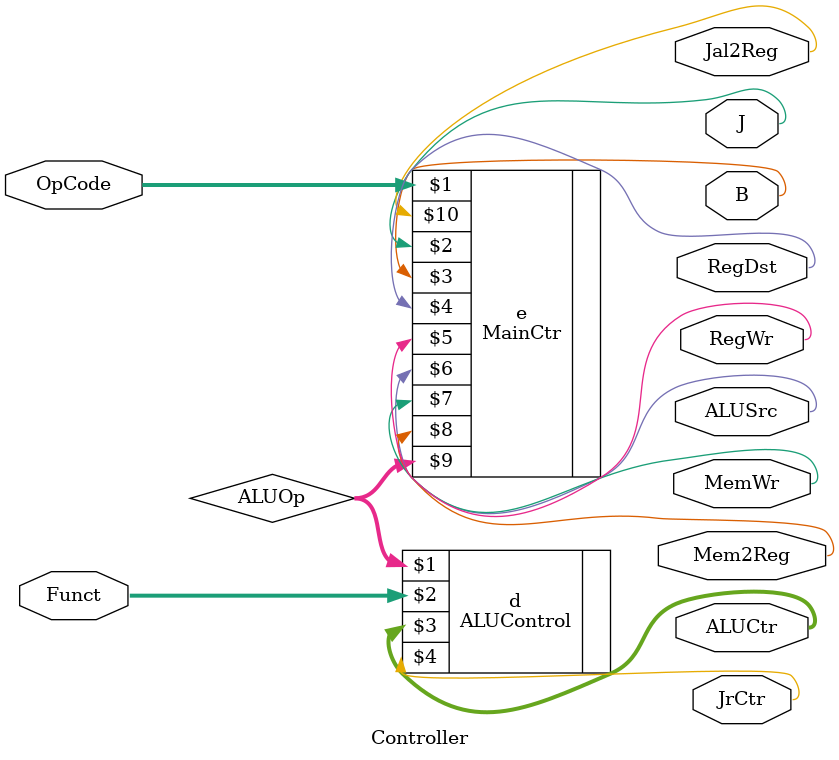
<source format=v>
`timescale 1ns / 1ps


module Controller(
OpCode, Funct, J, B, RegDst, RegWr, ALUSrc, MemWr, Mem2Reg, ALUCtr, Jal2Reg, JrCtr
    );
    input [5:0] OpCode;
    input [5:0] Funct;
    output B;
    output J;
    output RegDst;
    output RegWr;
    output ALUSrc;
    output MemWr;
    output Mem2Reg;
    output [3:0] ALUCtr;
    output Jal2Reg;
    output JrCtr;
    wire [1:0] ALUOp;
    MainCtr e(OpCode, J, B, RegDst, RegWr, ALUSrc, MemWr, Mem2Reg, ALUOp, Jal2Reg);
    ALUControl d(ALUOp, Funct, ALUCtr, JrCtr);
endmodule

</source>
